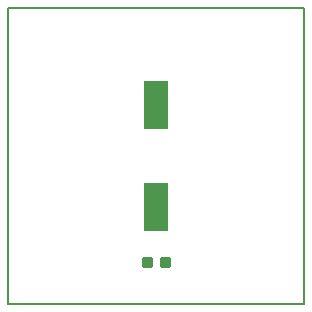
<source format=gtp>
G75*
%MOIN*%
%OFA0B0*%
%FSLAX25Y25*%
%IPPOS*%
%LPD*%
%AMOC8*
5,1,8,0,0,1.08239X$1,22.5*
%
%ADD10C,0.00600*%
%ADD11R,0.07874X0.16142*%
%ADD12C,0.00875*%
D10*
X0019207Y0001600D02*
X0019207Y0100025D01*
X0117633Y0100025D01*
X0117633Y0001600D01*
X0019207Y0001600D01*
D11*
X0068420Y0033687D03*
X0068420Y0067939D03*
D12*
X0066733Y0014067D02*
X0064107Y0014067D01*
X0064107Y0016693D01*
X0066733Y0016693D01*
X0066733Y0014067D01*
X0066733Y0014941D02*
X0064107Y0014941D01*
X0064107Y0015815D02*
X0066733Y0015815D01*
X0066733Y0016689D02*
X0064107Y0016689D01*
X0070107Y0014067D02*
X0072733Y0014067D01*
X0070107Y0014067D02*
X0070107Y0016693D01*
X0072733Y0016693D01*
X0072733Y0014067D01*
X0072733Y0014941D02*
X0070107Y0014941D01*
X0070107Y0015815D02*
X0072733Y0015815D01*
X0072733Y0016689D02*
X0070107Y0016689D01*
M02*

</source>
